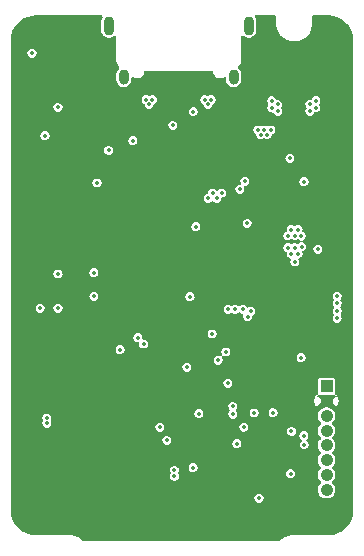
<source format=gbr>
%TF.GenerationSoftware,KiCad,Pcbnew,8.0.3*%
%TF.CreationDate,2024-09-21T17:28:31+02:00*%
%TF.ProjectId,SynchGaze_Transmiter,53796e63-6847-4617-9a65-5f5472616e73,1.0*%
%TF.SameCoordinates,Original*%
%TF.FileFunction,Copper,L2,Inr*%
%TF.FilePolarity,Positive*%
%FSLAX46Y46*%
G04 Gerber Fmt 4.6, Leading zero omitted, Abs format (unit mm)*
G04 Created by KiCad (PCBNEW 8.0.3) date 2024-09-21 17:28:31*
%MOMM*%
%LPD*%
G01*
G04 APERTURE LIST*
%TA.AperFunction,ComponentPad*%
%ADD10R,1.058000X1.058000*%
%TD*%
%TA.AperFunction,ComponentPad*%
%ADD11C,1.058000*%
%TD*%
%TA.AperFunction,ComponentPad*%
%ADD12O,0.900000X1.600000*%
%TD*%
%TA.AperFunction,ComponentPad*%
%ADD13O,0.900000X1.300000*%
%TD*%
%TA.AperFunction,ViaPad*%
%ADD14C,0.350000*%
%TD*%
G04 APERTURE END LIST*
D10*
%TO.N,+3V3*%
%TO.C,J202*%
X165735000Y-80912000D03*
D11*
%TO.N,GND*%
X165735000Y-82162000D03*
%TO.N,/MCU/FSPI_CLK*%
X165735000Y-83412000D03*
%TO.N,/MCU/FSPI_Q*%
X165735000Y-84662000D03*
%TO.N,/MCU/FSPI_D*%
X165735000Y-85912000D03*
%TO.N,/MCU/IMU_NCS*%
X165735000Y-87162000D03*
%TO.N,/MCU/INTER_ACC*%
X165735000Y-88412000D03*
%TO.N,/MCU/INTER_GYR{slash}BOOT*%
X165735000Y-89662000D03*
%TD*%
D12*
%TO.N,unconnected-(J201-SHELL_GND-PadS1)_0*%
%TO.C,J201*%
X159130850Y-50400000D03*
%TO.N,unconnected-(J201-SHELL_GND-PadS2)_0*%
X147290850Y-50400000D03*
D13*
%TO.N,unconnected-(J201-SHELL_GND-PadS1)*%
X157860850Y-54720000D03*
%TO.N,unconnected-(J201-SHELL_GND-PadS2)*%
X148560850Y-54720000D03*
%TD*%
D14*
%TO.N,GND*%
X157505400Y-71272400D03*
X148742400Y-56769000D03*
X149504400Y-79756000D03*
X167386000Y-68402200D03*
X155194000Y-89712800D03*
X161036000Y-64795400D03*
X161315400Y-86868000D03*
X156946599Y-71272400D03*
X148767800Y-82245200D03*
X166700200Y-78028800D03*
X141046200Y-82931000D03*
X155727400Y-71831200D03*
X163880800Y-66700400D03*
X152704800Y-63754000D03*
X151257000Y-79756000D03*
X162839400Y-90093800D03*
X161594800Y-77114400D03*
X146939000Y-75514200D03*
X164693599Y-71450200D03*
X163906200Y-71755000D03*
X151257000Y-82245200D03*
X163830000Y-59766200D03*
X159410400Y-86842600D03*
X148767800Y-80492600D03*
X166700200Y-77495400D03*
X145008600Y-85775800D03*
X161010600Y-87452200D03*
X150520400Y-80492600D03*
X163830000Y-60325000D03*
X166700200Y-78587601D03*
X155879800Y-83261200D03*
X157784800Y-56007000D03*
X163830000Y-65862200D03*
X164128400Y-69672200D03*
X163042600Y-80873600D03*
X163906200Y-70993000D03*
X158064200Y-89433400D03*
X142976600Y-51943000D03*
X162052000Y-63779400D03*
X155879800Y-87909400D03*
X148005800Y-93726000D03*
X143027400Y-81864200D03*
X162052000Y-64795400D03*
X158064200Y-88392000D03*
X163271200Y-66471800D03*
X160832800Y-77114400D03*
X151257000Y-81508599D03*
X146812000Y-93726000D03*
X142875000Y-85775800D03*
X152438100Y-86550500D03*
X162001200Y-76530200D03*
X162331400Y-77114400D03*
X158292800Y-57251600D03*
X157022800Y-69977000D03*
X150520400Y-81508599D03*
X163830000Y-89839800D03*
X151257000Y-80492600D03*
X148742400Y-56007000D03*
X156540200Y-79756000D03*
X150520400Y-82245200D03*
X165811200Y-71450200D03*
X141528800Y-69951600D03*
X163118800Y-62890400D03*
X160959800Y-84963000D03*
X158242000Y-59486800D03*
X163880800Y-88976200D03*
X158064200Y-71272400D03*
X158318200Y-56413400D03*
X160401000Y-84988400D03*
X167386000Y-66243200D03*
X149148800Y-57404000D03*
X149504400Y-80492600D03*
X149529800Y-56769000D03*
X147269200Y-88620600D03*
X164338000Y-87858600D03*
X156489400Y-85166200D03*
X149504400Y-81508600D03*
X165252400Y-71450200D03*
X158688400Y-84996400D03*
X157911800Y-69977000D03*
X162610800Y-66776600D03*
X143022900Y-63636999D03*
X150520400Y-79756000D03*
X167716200Y-70231000D03*
X148259800Y-57353200D03*
X148767800Y-79756000D03*
X156632600Y-77292200D03*
X147269200Y-86893400D03*
X151511000Y-86487000D03*
X165760400Y-77393800D03*
X165176200Y-77393800D03*
X148259800Y-62966600D03*
X156133800Y-90474800D03*
X161544000Y-64287400D03*
X149326600Y-62966600D03*
X161213800Y-77698600D03*
X162458400Y-87172800D03*
X156921200Y-88925400D03*
X143967200Y-85775800D03*
X167741600Y-64541400D03*
X158521400Y-87426800D03*
X163830000Y-59207400D03*
X160756600Y-86766400D03*
X162001200Y-77698600D03*
X157099000Y-85801200D03*
X156362400Y-70205600D03*
X149504400Y-82245200D03*
X158089600Y-84861400D03*
X162839400Y-65811400D03*
X143002000Y-80594200D03*
X167284400Y-70688200D03*
X161036000Y-63779400D03*
X154025600Y-69189600D03*
X148767800Y-81508599D03*
X166446200Y-70993000D03*
X157022801Y-56794400D03*
X145567400Y-93726000D03*
X161213800Y-76530200D03*
X148082000Y-56438800D03*
X166446200Y-70434200D03*
X157403800Y-57327800D03*
X157784800Y-56794400D03*
%TO.N,/MCU/INTER_GYR{slash}BOOT*%
X153900000Y-79300000D03*
X158129600Y-85758400D03*
X143000000Y-71400000D03*
X157200600Y-78003400D03*
%TO.N,/MCU/INTER_ACC*%
X162768876Y-84728724D03*
X157784800Y-82600800D03*
%TO.N,/MCU/FSPI_D*%
X163860000Y-85856600D03*
X157378400Y-80645000D03*
X158724600Y-84378800D03*
%TO.N,/MCU/SPI_DO*%
X154178000Y-73329800D03*
X148259800Y-77825600D03*
%TO.N,/MCU/SPI_NWP*%
X150241000Y-77325600D03*
X146024600Y-73304400D03*
%TO.N,/MCU/FSPI_Q*%
X163809200Y-85094600D03*
X159613600Y-83171000D03*
%TO.N,/MCU/SPI_NCS0*%
X149758400Y-76784200D03*
X146024600Y-71297800D03*
%TO.N,/MCU/IMU_NCS*%
X157784800Y-83261200D03*
X161213800Y-83159600D03*
%TO.N,+3V3*%
X146300000Y-63700000D03*
X166649400Y-74523600D03*
X166649400Y-73279000D03*
X160020000Y-90398600D03*
X156565600Y-78688600D03*
X142036800Y-83591400D03*
X142036800Y-84048600D03*
X154457400Y-87807800D03*
X152857200Y-88011000D03*
X162687000Y-88315800D03*
X154930200Y-83226000D03*
X163601400Y-78486000D03*
X166649400Y-75158600D03*
X152857200Y-88519000D03*
X166649400Y-73888600D03*
X156057600Y-76479400D03*
%TO.N,VBUS*%
X155702000Y-57048400D03*
X155430997Y-56642000D03*
X150994603Y-56642000D03*
X150723600Y-57048400D03*
X158826200Y-63562152D03*
X152704800Y-58801000D03*
X164998400Y-69291200D03*
X163042600Y-70383400D03*
X150469600Y-56642000D03*
X155956000Y-56642000D03*
X159034138Y-67088014D03*
%TO.N,/MCU/CHIP_EN*%
X140800000Y-52700000D03*
X141500000Y-74300000D03*
X143000000Y-74300000D03*
X151612600Y-84378800D03*
X152196800Y-85471000D03*
%TO.N,/MCU/CC2*%
X154460850Y-57658000D03*
X149326600Y-60121800D03*
%TO.N,VCC*%
X159054800Y-75006200D03*
X159334200Y-74549000D03*
X147281281Y-60918719D03*
X161010600Y-59207400D03*
X158648400Y-74371200D03*
X160477200Y-59207400D03*
X159918400Y-59207400D03*
X160172400Y-59613800D03*
X160705800Y-59613800D03*
X158013400Y-74371200D03*
X157403800Y-74371200D03*
%TO.N,/Power/~{CRG}*%
X143000000Y-57300000D03*
X162636200Y-61620400D03*
%TO.N,/Power/~{PG}*%
X163830000Y-63576200D03*
X141900000Y-59700000D03*
%TO.N,/Power/TMR*%
X154660600Y-67386200D03*
X158394400Y-64211200D03*
%TO.N,/Power/BAT*%
X162737800Y-67665600D03*
X163601400Y-68173600D03*
X163042600Y-68173600D03*
X163322000Y-67665600D03*
X164820600Y-56743600D03*
X162458400Y-68173600D03*
X164312600Y-57023000D03*
X164820600Y-57327800D03*
X164312600Y-57632600D03*
%TO.N,GNDPWR*%
X162737800Y-69672200D03*
X163093400Y-69164200D03*
X161086800Y-57327800D03*
X156438600Y-64998600D03*
X163626800Y-69088000D03*
X156083000Y-64541400D03*
X161086800Y-56743600D03*
X162458400Y-69164200D03*
X156845000Y-64541400D03*
X161594800Y-57048400D03*
X161594800Y-57607201D03*
X163328400Y-69672200D03*
X155727400Y-64998600D03*
%TD*%
%TA.AperFunction,Conductor*%
%TO.N,GND*%
G36*
X141192281Y-49500573D02*
G01*
X141268950Y-49503522D01*
X141268950Y-49503521D01*
X141268951Y-49503522D01*
X141268951Y-49503521D01*
X141277532Y-49502347D01*
X141277627Y-49503042D01*
X141293866Y-49500500D01*
X146685499Y-49500500D01*
X146755503Y-49529496D01*
X146784499Y-49599500D01*
X146771235Y-49649000D01*
X146684682Y-49798911D01*
X146684681Y-49798916D01*
X146640350Y-49964360D01*
X146640350Y-50835640D01*
X146668115Y-50939258D01*
X146684682Y-51001088D01*
X146770317Y-51149411D01*
X146770319Y-51149413D01*
X146770321Y-51149416D01*
X146891434Y-51270529D01*
X146891436Y-51270530D01*
X146891438Y-51270532D01*
X147039762Y-51356167D01*
X147039763Y-51356167D01*
X147039766Y-51356169D01*
X147205210Y-51400500D01*
X147205211Y-51400500D01*
X147376489Y-51400500D01*
X147376490Y-51400500D01*
X147541934Y-51356169D01*
X147541936Y-51356167D01*
X147541938Y-51356167D01*
X147690261Y-51270532D01*
X147690261Y-51270531D01*
X147690266Y-51270529D01*
X147742349Y-51218445D01*
X147812351Y-51189449D01*
X147882355Y-51218445D01*
X147911352Y-51288448D01*
X147911352Y-51288501D01*
X147910399Y-53102949D01*
X147910349Y-53103533D01*
X147910349Y-53200052D01*
X147910292Y-53308468D01*
X147910399Y-53309552D01*
X147910399Y-53312722D01*
X147960561Y-53532514D01*
X148058370Y-53735630D01*
X148058373Y-53735636D01*
X148058405Y-53735676D01*
X148165987Y-53870592D01*
X148186960Y-53943403D01*
X148158587Y-54002317D01*
X148040321Y-54120583D01*
X148040317Y-54120588D01*
X147954682Y-54268911D01*
X147910350Y-54434360D01*
X147910350Y-55005639D01*
X147954682Y-55171088D01*
X148040317Y-55319411D01*
X148040319Y-55319413D01*
X148040321Y-55319416D01*
X148161434Y-55440529D01*
X148161436Y-55440530D01*
X148161438Y-55440532D01*
X148309762Y-55526167D01*
X148309763Y-55526167D01*
X148309766Y-55526169D01*
X148475210Y-55570500D01*
X148475211Y-55570500D01*
X148646489Y-55570500D01*
X148646490Y-55570500D01*
X148811934Y-55526169D01*
X148811936Y-55526167D01*
X148811938Y-55526167D01*
X148960261Y-55440532D01*
X148960261Y-55440531D01*
X148960266Y-55440529D01*
X149081379Y-55319416D01*
X149167019Y-55171084D01*
X149211350Y-55005640D01*
X149211350Y-54797617D01*
X149240346Y-54727613D01*
X149310350Y-54698617D01*
X149359850Y-54711881D01*
X149488711Y-54786279D01*
X149488709Y-54786279D01*
X149488713Y-54786280D01*
X149488715Y-54786281D01*
X149635084Y-54825500D01*
X149635086Y-54825500D01*
X149786614Y-54825500D01*
X149786616Y-54825500D01*
X149932985Y-54786281D01*
X149932987Y-54786279D01*
X149932989Y-54786279D01*
X150064210Y-54710518D01*
X150064210Y-54710517D01*
X150064215Y-54710515D01*
X150171365Y-54603365D01*
X150247131Y-54472135D01*
X150286350Y-54325766D01*
X150286350Y-54299464D01*
X150315346Y-54229460D01*
X150385346Y-54200464D01*
X156036348Y-54200334D01*
X156106352Y-54229329D01*
X156135350Y-54299332D01*
X156135350Y-54325766D01*
X156164447Y-54434360D01*
X156174570Y-54472139D01*
X156250331Y-54603360D01*
X156250333Y-54603362D01*
X156250335Y-54603365D01*
X156357485Y-54710515D01*
X156357487Y-54710516D01*
X156357489Y-54710518D01*
X156488711Y-54786279D01*
X156488709Y-54786279D01*
X156488713Y-54786280D01*
X156488715Y-54786281D01*
X156635084Y-54825500D01*
X156635086Y-54825500D01*
X156786614Y-54825500D01*
X156786616Y-54825500D01*
X156932985Y-54786281D01*
X156932987Y-54786279D01*
X156932989Y-54786279D01*
X157061850Y-54711881D01*
X157136973Y-54701990D01*
X157197086Y-54748117D01*
X157210350Y-54797617D01*
X157210350Y-55005639D01*
X157254682Y-55171088D01*
X157340317Y-55319411D01*
X157340319Y-55319413D01*
X157340321Y-55319416D01*
X157461434Y-55440529D01*
X157461436Y-55440530D01*
X157461438Y-55440532D01*
X157609762Y-55526167D01*
X157609763Y-55526167D01*
X157609766Y-55526169D01*
X157775210Y-55570500D01*
X157775211Y-55570500D01*
X157946489Y-55570500D01*
X157946490Y-55570500D01*
X158111934Y-55526169D01*
X158111936Y-55526167D01*
X158111938Y-55526167D01*
X158260261Y-55440532D01*
X158260261Y-55440531D01*
X158260266Y-55440529D01*
X158381379Y-55319416D01*
X158467019Y-55171084D01*
X158511350Y-55005640D01*
X158511350Y-54434360D01*
X158467019Y-54268916D01*
X158467017Y-54268913D01*
X158467017Y-54268911D01*
X158381382Y-54120588D01*
X158381380Y-54120586D01*
X158381379Y-54120584D01*
X158263126Y-54002331D01*
X158234131Y-53932329D01*
X158255732Y-53870602D01*
X158363347Y-53735670D01*
X158461177Y-53532539D01*
X158511350Y-53312731D01*
X158511350Y-53309360D01*
X158511407Y-53308777D01*
X158511402Y-53299295D01*
X158511403Y-53299293D01*
X158511351Y-53199491D01*
X158511351Y-53111748D01*
X158511351Y-53103425D01*
X158511299Y-53102837D01*
X158511175Y-52867111D01*
X158510345Y-51288497D01*
X158539305Y-51218480D01*
X158609293Y-51189447D01*
X158679312Y-51218407D01*
X158731434Y-51270529D01*
X158731436Y-51270530D01*
X158731438Y-51270532D01*
X158879762Y-51356167D01*
X158879763Y-51356167D01*
X158879766Y-51356169D01*
X159045210Y-51400500D01*
X159045211Y-51400500D01*
X159216489Y-51400500D01*
X159216490Y-51400500D01*
X159381934Y-51356169D01*
X159381936Y-51356167D01*
X159381938Y-51356167D01*
X159530261Y-51270532D01*
X159530261Y-51270531D01*
X159530266Y-51270529D01*
X159651379Y-51149416D01*
X159737019Y-51001084D01*
X159781350Y-50835640D01*
X159781350Y-49964360D01*
X159737019Y-49798916D01*
X159737017Y-49798913D01*
X159737017Y-49798911D01*
X159650465Y-49649000D01*
X159640574Y-49573877D01*
X159686701Y-49513764D01*
X159736201Y-49500500D01*
X161400500Y-49500500D01*
X161470504Y-49529496D01*
X161499500Y-49599500D01*
X161499500Y-50111748D01*
X161499500Y-50200000D01*
X161499500Y-50357709D01*
X161538918Y-50543157D01*
X161565078Y-50666230D01*
X161565080Y-50666236D01*
X161693367Y-50954376D01*
X161693369Y-50954379D01*
X161693371Y-50954383D01*
X161835071Y-51149416D01*
X161878772Y-51209565D01*
X161878773Y-51209566D01*
X162113166Y-51420614D01*
X162113167Y-51420615D01*
X162113170Y-51420617D01*
X162301814Y-51529529D01*
X162386326Y-51578323D01*
X162386327Y-51578323D01*
X162386330Y-51578325D01*
X162686310Y-51675795D01*
X163000000Y-51708765D01*
X163313690Y-51675795D01*
X163613670Y-51578325D01*
X163886830Y-51420617D01*
X163974730Y-51341471D01*
X164121226Y-51209566D01*
X164121227Y-51209565D01*
X164121227Y-51209563D01*
X164121231Y-51209561D01*
X164306629Y-50954383D01*
X164434921Y-50666234D01*
X164500500Y-50357709D01*
X164500500Y-50200000D01*
X164500500Y-50111748D01*
X164500500Y-49599500D01*
X164529496Y-49529496D01*
X164599500Y-49500500D01*
X165811748Y-49500500D01*
X165895681Y-49500500D01*
X165904309Y-49500877D01*
X166255949Y-49531641D01*
X166272929Y-49534634D01*
X166609713Y-49624875D01*
X166625921Y-49630775D01*
X166941897Y-49778118D01*
X166956842Y-49786746D01*
X166974223Y-49798916D01*
X167199733Y-49956820D01*
X167242434Y-49986719D01*
X167255654Y-49997811D01*
X167502188Y-50244345D01*
X167513280Y-50257565D01*
X167713253Y-50543157D01*
X167721881Y-50558102D01*
X167869222Y-50874074D01*
X167875125Y-50890290D01*
X167965363Y-51227063D01*
X167968359Y-51244058D01*
X167999123Y-51595690D01*
X167999500Y-51604318D01*
X167999500Y-91395681D01*
X167999123Y-91404309D01*
X167968359Y-91755941D01*
X167965363Y-91772936D01*
X167875125Y-92109709D01*
X167869222Y-92125925D01*
X167721881Y-92441897D01*
X167713253Y-92456842D01*
X167513280Y-92742434D01*
X167502188Y-92755654D01*
X167255654Y-93002188D01*
X167242434Y-93013280D01*
X166956842Y-93213253D01*
X166941897Y-93221881D01*
X166625925Y-93369222D01*
X166609709Y-93375125D01*
X166272936Y-93465363D01*
X166255941Y-93468359D01*
X165904309Y-93499123D01*
X165895681Y-93499500D01*
X162752211Y-93499500D01*
X162462320Y-93557164D01*
X162462318Y-93557164D01*
X162189251Y-93670271D01*
X162189239Y-93670277D01*
X161943487Y-93834486D01*
X161943483Y-93834489D01*
X161826969Y-93951004D01*
X161756965Y-93980000D01*
X161204542Y-93980000D01*
X161166660Y-93972465D01*
X161159501Y-93969500D01*
X145959501Y-93969500D01*
X145740499Y-93969500D01*
X145733339Y-93972465D01*
X145695458Y-93980000D01*
X145143035Y-93980000D01*
X145073031Y-93951004D01*
X144956516Y-93834489D01*
X144956513Y-93834486D01*
X144886501Y-93787705D01*
X144710760Y-93670277D01*
X144710748Y-93670271D01*
X144437680Y-93557164D01*
X144147788Y-93499500D01*
X144147786Y-93499500D01*
X144099556Y-93499500D01*
X141293866Y-93499500D01*
X141277627Y-93496957D01*
X141277532Y-93497653D01*
X141268950Y-93496477D01*
X141192281Y-93499427D01*
X141188476Y-93499500D01*
X141176043Y-93499500D01*
X141171000Y-93499371D01*
X140814871Y-93481207D01*
X140797367Y-93478734D01*
X140449267Y-93397315D01*
X140432482Y-93391768D01*
X140104417Y-93249739D01*
X140088886Y-93241296D01*
X140046764Y-93213253D01*
X139791300Y-93043176D01*
X139777525Y-93032110D01*
X139519922Y-92784225D01*
X139508331Y-92770881D01*
X139497326Y-92755654D01*
X139298928Y-92481139D01*
X139289893Y-92465944D01*
X139135357Y-92143574D01*
X139129169Y-92127014D01*
X139034432Y-91782300D01*
X139031289Y-91764910D01*
X138998972Y-91404403D01*
X138998578Y-91395564D01*
X138998620Y-90699726D01*
X138998638Y-90398600D01*
X159634843Y-90398600D01*
X159672985Y-90565711D01*
X159672986Y-90565713D01*
X159779859Y-90699728D01*
X159857077Y-90736914D01*
X159934294Y-90774100D01*
X159934295Y-90774100D01*
X160105705Y-90774100D01*
X160260141Y-90699728D01*
X160367014Y-90565713D01*
X160405157Y-90398600D01*
X160367014Y-90231487D01*
X160260141Y-90097472D01*
X160257358Y-90096132D01*
X160105705Y-90023100D01*
X159934295Y-90023100D01*
X159779860Y-90097471D01*
X159779858Y-90097473D01*
X159672985Y-90231488D01*
X159634843Y-90398600D01*
X138998638Y-90398600D01*
X138998783Y-88011000D01*
X152472043Y-88011000D01*
X152510185Y-88178113D01*
X152530252Y-88203276D01*
X152551227Y-88276086D01*
X152530252Y-88326724D01*
X152510185Y-88351886D01*
X152472043Y-88519000D01*
X152510185Y-88686111D01*
X152510186Y-88686113D01*
X152617059Y-88820128D01*
X152694277Y-88857314D01*
X152771494Y-88894500D01*
X152771495Y-88894500D01*
X152942905Y-88894500D01*
X153097341Y-88820128D01*
X153204214Y-88686113D01*
X153242357Y-88519000D01*
X153204214Y-88351887D01*
X153184147Y-88326724D01*
X153181000Y-88315800D01*
X162301843Y-88315800D01*
X162339985Y-88482911D01*
X162339986Y-88482913D01*
X162446859Y-88616928D01*
X162495263Y-88640238D01*
X162601294Y-88691300D01*
X162601295Y-88691300D01*
X162772705Y-88691300D01*
X162927141Y-88616928D01*
X163034014Y-88482913D01*
X163072157Y-88315800D01*
X163034014Y-88148687D01*
X162927141Y-88014672D01*
X162772705Y-87940300D01*
X162601295Y-87940300D01*
X162446860Y-88014671D01*
X162446858Y-88014673D01*
X162339985Y-88148688D01*
X162301843Y-88315800D01*
X153181000Y-88315800D01*
X153163171Y-88253916D01*
X153184147Y-88203276D01*
X153204214Y-88178113D01*
X153242357Y-88011000D01*
X153204214Y-87843887D01*
X153175436Y-87807800D01*
X154072243Y-87807800D01*
X154110385Y-87974911D01*
X154110386Y-87974913D01*
X154217259Y-88108928D01*
X154294477Y-88146114D01*
X154371694Y-88183300D01*
X154371695Y-88183300D01*
X154543105Y-88183300D01*
X154697541Y-88108928D01*
X154804414Y-87974913D01*
X154842557Y-87807800D01*
X154804414Y-87640687D01*
X154697541Y-87506672D01*
X154543105Y-87432300D01*
X154371695Y-87432300D01*
X154217260Y-87506671D01*
X154217258Y-87506673D01*
X154110385Y-87640688D01*
X154072243Y-87807800D01*
X153175436Y-87807800D01*
X153097341Y-87709872D01*
X152942905Y-87635500D01*
X152771495Y-87635500D01*
X152617060Y-87709871D01*
X152617058Y-87709873D01*
X152510185Y-87843888D01*
X152472043Y-88011000D01*
X138998783Y-88011000D01*
X138998937Y-85471000D01*
X151811643Y-85471000D01*
X151849785Y-85638111D01*
X151849786Y-85638113D01*
X151956659Y-85772128D01*
X152033877Y-85809314D01*
X152111094Y-85846500D01*
X152111095Y-85846500D01*
X152282505Y-85846500D01*
X152436941Y-85772128D01*
X152447889Y-85758400D01*
X157744443Y-85758400D01*
X157782585Y-85925511D01*
X157782586Y-85925513D01*
X157889459Y-86059528D01*
X157966677Y-86096714D01*
X158043894Y-86133900D01*
X158043895Y-86133900D01*
X158215305Y-86133900D01*
X158369741Y-86059528D01*
X158476614Y-85925513D01*
X158514757Y-85758400D01*
X158476614Y-85591287D01*
X158369741Y-85457272D01*
X158215305Y-85382900D01*
X158043895Y-85382900D01*
X157889460Y-85457271D01*
X157889458Y-85457273D01*
X157782585Y-85591288D01*
X157744443Y-85758400D01*
X152447889Y-85758400D01*
X152543814Y-85638113D01*
X152581957Y-85471000D01*
X152543814Y-85303887D01*
X152436941Y-85169872D01*
X152282505Y-85095500D01*
X152111095Y-85095500D01*
X151956660Y-85169871D01*
X151956658Y-85169873D01*
X151849785Y-85303888D01*
X151811643Y-85471000D01*
X138998937Y-85471000D01*
X138999051Y-83591400D01*
X141651643Y-83591400D01*
X141689786Y-83758515D01*
X141694624Y-83768560D01*
X141692812Y-83769432D01*
X141710571Y-83831091D01*
X141693985Y-83871132D01*
X141694624Y-83871440D01*
X141689786Y-83881484D01*
X141651643Y-84048600D01*
X141689785Y-84215711D01*
X141689786Y-84215713D01*
X141796659Y-84349728D01*
X141803919Y-84353224D01*
X141951094Y-84424100D01*
X141951095Y-84424100D01*
X142122505Y-84424100D01*
X142216572Y-84378800D01*
X151227443Y-84378800D01*
X151265585Y-84545911D01*
X151265586Y-84545913D01*
X151372459Y-84679928D01*
X151449677Y-84717114D01*
X151526894Y-84754300D01*
X151526895Y-84754300D01*
X151698305Y-84754300D01*
X151852741Y-84679928D01*
X151959614Y-84545913D01*
X151997757Y-84378800D01*
X158339443Y-84378800D01*
X158377585Y-84545911D01*
X158377586Y-84545913D01*
X158484459Y-84679928D01*
X158561677Y-84717114D01*
X158638894Y-84754300D01*
X158638895Y-84754300D01*
X158810305Y-84754300D01*
X158863414Y-84728724D01*
X162383719Y-84728724D01*
X162421861Y-84895835D01*
X162421862Y-84895837D01*
X162528735Y-85029852D01*
X162605953Y-85067038D01*
X162683170Y-85104224D01*
X162683171Y-85104224D01*
X162854581Y-85104224D01*
X162874566Y-85094600D01*
X163424043Y-85094600D01*
X163462185Y-85261711D01*
X163462186Y-85261713D01*
X163569059Y-85395728D01*
X163585957Y-85403865D01*
X163636447Y-85460362D01*
X163632200Y-85536014D01*
X163620405Y-85554786D01*
X163512985Y-85689488D01*
X163474843Y-85856600D01*
X163512985Y-86023711D01*
X163512986Y-86023713D01*
X163619859Y-86157728D01*
X163697077Y-86194914D01*
X163774294Y-86232100D01*
X163774295Y-86232100D01*
X163945705Y-86232100D01*
X164100141Y-86157728D01*
X164207014Y-86023713D01*
X164245157Y-85856600D01*
X164207014Y-85689487D01*
X164100141Y-85555472D01*
X164083240Y-85547333D01*
X164032752Y-85490835D01*
X164037000Y-85415183D01*
X164048795Y-85396413D01*
X164156214Y-85261713D01*
X164156711Y-85259534D01*
X164194357Y-85094600D01*
X164156214Y-84927487D01*
X164049341Y-84793472D01*
X163894905Y-84719100D01*
X163723495Y-84719100D01*
X163569060Y-84793471D01*
X163569058Y-84793473D01*
X163462185Y-84927488D01*
X163424043Y-85094600D01*
X162874566Y-85094600D01*
X163009017Y-85029852D01*
X163115890Y-84895837D01*
X163154033Y-84728724D01*
X163115890Y-84561611D01*
X163009017Y-84427596D01*
X163001757Y-84424100D01*
X162854581Y-84353224D01*
X162683171Y-84353224D01*
X162528736Y-84427595D01*
X162528734Y-84427597D01*
X162421861Y-84561612D01*
X162383719Y-84728724D01*
X158863414Y-84728724D01*
X158964741Y-84679928D01*
X159071614Y-84545913D01*
X159109757Y-84378800D01*
X159071614Y-84211687D01*
X158964741Y-84077672D01*
X158810305Y-84003300D01*
X158638895Y-84003300D01*
X158484460Y-84077671D01*
X158484458Y-84077673D01*
X158377585Y-84211688D01*
X158339443Y-84378800D01*
X151997757Y-84378800D01*
X151959614Y-84211687D01*
X151852741Y-84077672D01*
X151698305Y-84003300D01*
X151526895Y-84003300D01*
X151372460Y-84077671D01*
X151372458Y-84077673D01*
X151265585Y-84211688D01*
X151227443Y-84378800D01*
X142216572Y-84378800D01*
X142276941Y-84349728D01*
X142383814Y-84215713D01*
X142421957Y-84048600D01*
X142383814Y-83881487D01*
X142383813Y-83881486D01*
X142383813Y-83881485D01*
X142378975Y-83871438D01*
X142380789Y-83870564D01*
X142363027Y-83808921D01*
X142379616Y-83768870D01*
X142378975Y-83768562D01*
X142383813Y-83758514D01*
X142383812Y-83758514D01*
X142383814Y-83758513D01*
X142421957Y-83591400D01*
X142383814Y-83424287D01*
X142276941Y-83290272D01*
X142143478Y-83226000D01*
X154545043Y-83226000D01*
X154583185Y-83393111D01*
X154583186Y-83393113D01*
X154690059Y-83527128D01*
X154730286Y-83546500D01*
X154844494Y-83601500D01*
X154844495Y-83601500D01*
X155015905Y-83601500D01*
X155170341Y-83527128D01*
X155277214Y-83393113D01*
X155315357Y-83226000D01*
X155277214Y-83058887D01*
X155170341Y-82924872D01*
X155015905Y-82850500D01*
X154844495Y-82850500D01*
X154690060Y-82924871D01*
X154690058Y-82924873D01*
X154583185Y-83058888D01*
X154545043Y-83226000D01*
X142143478Y-83226000D01*
X142122505Y-83215900D01*
X141951095Y-83215900D01*
X141796660Y-83290271D01*
X141796658Y-83290273D01*
X141689785Y-83424288D01*
X141651643Y-83591400D01*
X138999051Y-83591400D01*
X138999111Y-82600800D01*
X157399643Y-82600800D01*
X157437785Y-82767911D01*
X157437786Y-82767913D01*
X157450695Y-82784100D01*
X157518619Y-82869275D01*
X157539594Y-82942085D01*
X157518619Y-82992725D01*
X157437785Y-83094088D01*
X157399643Y-83261200D01*
X157437785Y-83428311D01*
X157437786Y-83428313D01*
X157544659Y-83562328D01*
X157605028Y-83591400D01*
X157699094Y-83636700D01*
X157699095Y-83636700D01*
X157870505Y-83636700D01*
X158024941Y-83562328D01*
X158131814Y-83428313D01*
X158169957Y-83261200D01*
X158149369Y-83171000D01*
X159228443Y-83171000D01*
X159266585Y-83338111D01*
X159266586Y-83338113D01*
X159373459Y-83472128D01*
X159450677Y-83509314D01*
X159527894Y-83546500D01*
X159527895Y-83546500D01*
X159699305Y-83546500D01*
X159853741Y-83472128D01*
X159960614Y-83338113D01*
X159998757Y-83171000D01*
X159996155Y-83159600D01*
X160828643Y-83159600D01*
X160866785Y-83326711D01*
X160866786Y-83326713D01*
X160973659Y-83460728D01*
X161050877Y-83497914D01*
X161128094Y-83535100D01*
X161128095Y-83535100D01*
X161299505Y-83535100D01*
X161453941Y-83460728D01*
X161492801Y-83411999D01*
X164996407Y-83411999D01*
X164996407Y-83412000D01*
X165032556Y-83640239D01*
X165097940Y-83768560D01*
X165137466Y-83846134D01*
X165258329Y-83966997D01*
X165287325Y-84037000D01*
X165258329Y-84107002D01*
X165153645Y-84211687D01*
X165137465Y-84227867D01*
X165032556Y-84433760D01*
X164996407Y-84661999D01*
X164996407Y-84662000D01*
X165032556Y-84890239D01*
X165051535Y-84927487D01*
X165137466Y-85096134D01*
X165258329Y-85216997D01*
X165287325Y-85287000D01*
X165258329Y-85357002D01*
X165158061Y-85457271D01*
X165137465Y-85477867D01*
X165032556Y-85683760D01*
X164996407Y-85911999D01*
X164996407Y-85912000D01*
X165032556Y-86140239D01*
X165079362Y-86232100D01*
X165137466Y-86346134D01*
X165258329Y-86466997D01*
X165287325Y-86537000D01*
X165258329Y-86607002D01*
X165137466Y-86727866D01*
X165137465Y-86727867D01*
X165032556Y-86933760D01*
X164996407Y-87161999D01*
X164996407Y-87162000D01*
X165032556Y-87390239D01*
X165091883Y-87506673D01*
X165137466Y-87596134D01*
X165258329Y-87716997D01*
X165287325Y-87787000D01*
X165258329Y-87857002D01*
X165175032Y-87940300D01*
X165137465Y-87977867D01*
X165032556Y-88183760D01*
X164996407Y-88411999D01*
X164996407Y-88412000D01*
X165032556Y-88640239D01*
X165124214Y-88820126D01*
X165137466Y-88846134D01*
X165258329Y-88966997D01*
X165287325Y-89037000D01*
X165258329Y-89107002D01*
X165137466Y-89227866D01*
X165137465Y-89227867D01*
X165032556Y-89433760D01*
X164996407Y-89661999D01*
X164996407Y-89662000D01*
X165032556Y-89890239D01*
X165100253Y-90023100D01*
X165137466Y-90096134D01*
X165300866Y-90259534D01*
X165506762Y-90364444D01*
X165692046Y-90393789D01*
X165734999Y-90400593D01*
X165735000Y-90400593D01*
X165735001Y-90400593D01*
X165771150Y-90394867D01*
X165963238Y-90364444D01*
X166169134Y-90259534D01*
X166332534Y-90096134D01*
X166437444Y-89890238D01*
X166473593Y-89662000D01*
X166437444Y-89433762D01*
X166332534Y-89227866D01*
X166211670Y-89107002D01*
X166182675Y-89037000D01*
X166211670Y-88966997D01*
X166332534Y-88846134D01*
X166437444Y-88640238D01*
X166473593Y-88412000D01*
X166437444Y-88183762D01*
X166332534Y-87977866D01*
X166211670Y-87857002D01*
X166182675Y-87787000D01*
X166211670Y-87716997D01*
X166332534Y-87596134D01*
X166437444Y-87390238D01*
X166473593Y-87162000D01*
X166437444Y-86933762D01*
X166332534Y-86727866D01*
X166211670Y-86607002D01*
X166182675Y-86537000D01*
X166211670Y-86466997D01*
X166332534Y-86346134D01*
X166437444Y-86140238D01*
X166473593Y-85912000D01*
X166437444Y-85683762D01*
X166332534Y-85477866D01*
X166211670Y-85357002D01*
X166182675Y-85287000D01*
X166211670Y-85216997D01*
X166332534Y-85096134D01*
X166437444Y-84890238D01*
X166473593Y-84662000D01*
X166437444Y-84433762D01*
X166332534Y-84227866D01*
X166211670Y-84107002D01*
X166182675Y-84037000D01*
X166211670Y-83966997D01*
X166332534Y-83846134D01*
X166437444Y-83640238D01*
X166473593Y-83412000D01*
X166437444Y-83183762D01*
X166332534Y-82977866D01*
X166169134Y-82814466D01*
X165963238Y-82709556D01*
X165963239Y-82709556D01*
X165954329Y-82708145D01*
X165899813Y-82680367D01*
X165735000Y-82515553D01*
X165570183Y-82680368D01*
X165515671Y-82708145D01*
X165506759Y-82709556D01*
X165300867Y-82814465D01*
X165137465Y-82977867D01*
X165032556Y-83183760D01*
X164996407Y-83411999D01*
X161492801Y-83411999D01*
X161560814Y-83326713D01*
X161598957Y-83159600D01*
X161560814Y-82992487D01*
X161453941Y-82858472D01*
X161323177Y-82795500D01*
X161299505Y-82784100D01*
X161128095Y-82784100D01*
X160973660Y-82858471D01*
X160973658Y-82858473D01*
X160866785Y-82992488D01*
X160828643Y-83159600D01*
X159996155Y-83159600D01*
X159960614Y-83003887D01*
X159853741Y-82869872D01*
X159699305Y-82795500D01*
X159527895Y-82795500D01*
X159373460Y-82869871D01*
X159373458Y-82869873D01*
X159266585Y-83003888D01*
X159228443Y-83171000D01*
X158149369Y-83171000D01*
X158131814Y-83094087D01*
X158131814Y-83094086D01*
X158050981Y-82992725D01*
X158030005Y-82919915D01*
X158050981Y-82869275D01*
X158131814Y-82767913D01*
X158131814Y-82767911D01*
X158169957Y-82600800D01*
X158131814Y-82433687D01*
X158024941Y-82299672D01*
X157870505Y-82225300D01*
X157699095Y-82225300D01*
X157544660Y-82299671D01*
X157544658Y-82299673D01*
X157437785Y-82433688D01*
X157399643Y-82600800D01*
X138999111Y-82600800D01*
X138999138Y-82161999D01*
X164697121Y-82161999D01*
X164697121Y-82162000D01*
X164732485Y-82430619D01*
X164732487Y-82430627D01*
X164836168Y-82680936D01*
X164836173Y-82680945D01*
X164847603Y-82695840D01*
X165381444Y-82161999D01*
X165326744Y-82107299D01*
X165460000Y-82107299D01*
X165460000Y-82216701D01*
X165501866Y-82317775D01*
X165579225Y-82395134D01*
X165680299Y-82437000D01*
X165789701Y-82437000D01*
X165890775Y-82395134D01*
X165968134Y-82317775D01*
X166010000Y-82216701D01*
X166010000Y-82161999D01*
X166088553Y-82161999D01*
X166622395Y-82695840D01*
X166633830Y-82680938D01*
X166633832Y-82680935D01*
X166737512Y-82430627D01*
X166737514Y-82430619D01*
X166772879Y-82162000D01*
X166772879Y-82161999D01*
X166737514Y-81893380D01*
X166737512Y-81893374D01*
X166633829Y-81643061D01*
X166622394Y-81628157D01*
X166602907Y-81647645D01*
X166532903Y-81676641D01*
X166483181Y-81656044D01*
X166497740Y-81729213D01*
X166470645Y-81779907D01*
X166088553Y-82161999D01*
X166010000Y-82161999D01*
X166010000Y-82107299D01*
X165968134Y-82006225D01*
X165890775Y-81928866D01*
X165789701Y-81887000D01*
X165680299Y-81887000D01*
X165579225Y-81928866D01*
X165501866Y-82006225D01*
X165460000Y-82107299D01*
X165326744Y-82107299D01*
X164999351Y-81779906D01*
X164970355Y-81709902D01*
X164990946Y-81660189D01*
X164917783Y-81674742D01*
X164867093Y-81647648D01*
X164847603Y-81628158D01*
X164836171Y-81643057D01*
X164836168Y-81643063D01*
X164732487Y-81893372D01*
X164732485Y-81893380D01*
X164697121Y-82161999D01*
X138999138Y-82161999D01*
X138999230Y-80645000D01*
X156993243Y-80645000D01*
X157031385Y-80812111D01*
X157031386Y-80812113D01*
X157138259Y-80946128D01*
X157215477Y-80983314D01*
X157292694Y-81020500D01*
X157292695Y-81020500D01*
X157464105Y-81020500D01*
X157618541Y-80946128D01*
X157725414Y-80812113D01*
X157763557Y-80645000D01*
X157725414Y-80477887D01*
X157633997Y-80363253D01*
X165005500Y-80363253D01*
X165005500Y-81460746D01*
X165005501Y-81460758D01*
X165017132Y-81519227D01*
X165017133Y-81519231D01*
X165017134Y-81519232D01*
X165019413Y-81522643D01*
X165020213Y-81526665D01*
X165020866Y-81528242D01*
X165020552Y-81528371D01*
X165034195Y-81596958D01*
X165007857Y-81636374D01*
X165069355Y-81610902D01*
X165124355Y-81627586D01*
X165127769Y-81629867D01*
X165172231Y-81638711D01*
X165186241Y-81641498D01*
X165186246Y-81641498D01*
X165186252Y-81641500D01*
X165186253Y-81641500D01*
X165527046Y-81641500D01*
X165597049Y-81670496D01*
X165735000Y-81808446D01*
X165872951Y-81670496D01*
X165942954Y-81641500D01*
X166283747Y-81641500D01*
X166283748Y-81641500D01*
X166342231Y-81629867D01*
X166345636Y-81627591D01*
X166349651Y-81626792D01*
X166351242Y-81626134D01*
X166351372Y-81626450D01*
X166419950Y-81612805D01*
X166459381Y-81639149D01*
X166433904Y-81577640D01*
X166450592Y-81522635D01*
X166452867Y-81519231D01*
X166464500Y-81460748D01*
X166464500Y-80363252D01*
X166452867Y-80304769D01*
X166408552Y-80238448D01*
X166408548Y-80238445D01*
X166342233Y-80194134D01*
X166342231Y-80194133D01*
X166342228Y-80194132D01*
X166342227Y-80194132D01*
X166283758Y-80182501D01*
X166283748Y-80182500D01*
X165186252Y-80182500D01*
X165186251Y-80182500D01*
X165186241Y-80182501D01*
X165127772Y-80194132D01*
X165127766Y-80194134D01*
X165061451Y-80238445D01*
X165061445Y-80238451D01*
X165017134Y-80304766D01*
X165017132Y-80304772D01*
X165005501Y-80363241D01*
X165005500Y-80363253D01*
X157633997Y-80363253D01*
X157618541Y-80343872D01*
X157464105Y-80269500D01*
X157292695Y-80269500D01*
X157138260Y-80343871D01*
X157138258Y-80343873D01*
X157031385Y-80477888D01*
X156993243Y-80645000D01*
X138999230Y-80645000D01*
X138999311Y-79300000D01*
X153514843Y-79300000D01*
X153552985Y-79467111D01*
X153552986Y-79467113D01*
X153659859Y-79601128D01*
X153737077Y-79638314D01*
X153814294Y-79675500D01*
X153814295Y-79675500D01*
X153985705Y-79675500D01*
X154140141Y-79601128D01*
X154247014Y-79467113D01*
X154285157Y-79300000D01*
X154247014Y-79132887D01*
X154140141Y-78998872D01*
X153985705Y-78924500D01*
X153814295Y-78924500D01*
X153659860Y-78998871D01*
X153659858Y-78998873D01*
X153552985Y-79132888D01*
X153514843Y-79300000D01*
X138999311Y-79300000D01*
X138999348Y-78688600D01*
X156180443Y-78688600D01*
X156218585Y-78855711D01*
X156218586Y-78855713D01*
X156325459Y-78989728D01*
X156402677Y-79026914D01*
X156479894Y-79064100D01*
X156479895Y-79064100D01*
X156651305Y-79064100D01*
X156805741Y-78989728D01*
X156912614Y-78855713D01*
X156950757Y-78688600D01*
X156912614Y-78521487D01*
X156884314Y-78486000D01*
X163216243Y-78486000D01*
X163254385Y-78653111D01*
X163254386Y-78653113D01*
X163361259Y-78787128D01*
X163438477Y-78824314D01*
X163515694Y-78861500D01*
X163515695Y-78861500D01*
X163687105Y-78861500D01*
X163841541Y-78787128D01*
X163948414Y-78653113D01*
X163986557Y-78486000D01*
X163948414Y-78318887D01*
X163841541Y-78184872D01*
X163687105Y-78110500D01*
X163515695Y-78110500D01*
X163361260Y-78184871D01*
X163361258Y-78184873D01*
X163254385Y-78318888D01*
X163216243Y-78486000D01*
X156884314Y-78486000D01*
X156872323Y-78470964D01*
X156851349Y-78398155D01*
X156871239Y-78362165D01*
X156805388Y-78381136D01*
X156773519Y-78371955D01*
X156651305Y-78313100D01*
X156479895Y-78313100D01*
X156325460Y-78387471D01*
X156325458Y-78387473D01*
X156218585Y-78521488D01*
X156180443Y-78688600D01*
X138999348Y-78688600D01*
X138999400Y-77825600D01*
X147874643Y-77825600D01*
X147912785Y-77992711D01*
X147912786Y-77992713D01*
X148019659Y-78126728D01*
X148096877Y-78163914D01*
X148174094Y-78201100D01*
X148174095Y-78201100D01*
X148345505Y-78201100D01*
X148499941Y-78126728D01*
X148598291Y-78003400D01*
X156815443Y-78003400D01*
X156853585Y-78170511D01*
X156853586Y-78170513D01*
X156865037Y-78184872D01*
X156893875Y-78221034D01*
X156914850Y-78293844D01*
X156894959Y-78329833D01*
X156960811Y-78310863D01*
X156992674Y-78320042D01*
X157114895Y-78378900D01*
X157114896Y-78378900D01*
X157286305Y-78378900D01*
X157440741Y-78304528D01*
X157547614Y-78170513D01*
X157585757Y-78003400D01*
X157547614Y-77836287D01*
X157440741Y-77702272D01*
X157286305Y-77627900D01*
X157114895Y-77627900D01*
X156960460Y-77702271D01*
X156960458Y-77702273D01*
X156853585Y-77836288D01*
X156815443Y-78003400D01*
X148598291Y-78003400D01*
X148606814Y-77992713D01*
X148644957Y-77825600D01*
X148606814Y-77658487D01*
X148499941Y-77524472D01*
X148345505Y-77450100D01*
X148174095Y-77450100D01*
X148019660Y-77524471D01*
X148019658Y-77524473D01*
X147912785Y-77658488D01*
X147874643Y-77825600D01*
X138999400Y-77825600D01*
X138999463Y-76784200D01*
X149373243Y-76784200D01*
X149411385Y-76951311D01*
X149411386Y-76951313D01*
X149518259Y-77085328D01*
X149593284Y-77121458D01*
X149672694Y-77159700D01*
X149769567Y-77159700D01*
X149839571Y-77188696D01*
X149868567Y-77258700D01*
X149866085Y-77280724D01*
X149855843Y-77325600D01*
X149893985Y-77492711D01*
X149893986Y-77492713D01*
X150000859Y-77626728D01*
X150066808Y-77658487D01*
X150155294Y-77701100D01*
X150155295Y-77701100D01*
X150326705Y-77701100D01*
X150481141Y-77626728D01*
X150588014Y-77492713D01*
X150626157Y-77325600D01*
X150588014Y-77158487D01*
X150481141Y-77024472D01*
X150326705Y-76950100D01*
X150229833Y-76950100D01*
X150159829Y-76921104D01*
X150130833Y-76851100D01*
X150133314Y-76829075D01*
X150143557Y-76784200D01*
X150105414Y-76617087D01*
X149998541Y-76483072D01*
X149990916Y-76479400D01*
X155672443Y-76479400D01*
X155710585Y-76646511D01*
X155710586Y-76646513D01*
X155817459Y-76780528D01*
X155894677Y-76817714D01*
X155971894Y-76854900D01*
X155971895Y-76854900D01*
X156143305Y-76854900D01*
X156297741Y-76780528D01*
X156404614Y-76646513D01*
X156442757Y-76479400D01*
X156404614Y-76312287D01*
X156297741Y-76178272D01*
X156143305Y-76103900D01*
X155971895Y-76103900D01*
X155817460Y-76178271D01*
X155817458Y-76178273D01*
X155710585Y-76312288D01*
X155672443Y-76479400D01*
X149990916Y-76479400D01*
X149844105Y-76408700D01*
X149672695Y-76408700D01*
X149518260Y-76483071D01*
X149518258Y-76483073D01*
X149411385Y-76617088D01*
X149373243Y-76784200D01*
X138999463Y-76784200D01*
X138999614Y-74300000D01*
X141114843Y-74300000D01*
X141152985Y-74467111D01*
X141152986Y-74467113D01*
X141259859Y-74601128D01*
X141322531Y-74631309D01*
X141414294Y-74675500D01*
X141414295Y-74675500D01*
X141585705Y-74675500D01*
X141740141Y-74601128D01*
X141847014Y-74467113D01*
X141885157Y-74300000D01*
X142614843Y-74300000D01*
X142652985Y-74467111D01*
X142652986Y-74467113D01*
X142759859Y-74601128D01*
X142822531Y-74631309D01*
X142914294Y-74675500D01*
X142914295Y-74675500D01*
X143085705Y-74675500D01*
X143240141Y-74601128D01*
X143347014Y-74467113D01*
X143368906Y-74371200D01*
X157018643Y-74371200D01*
X157056785Y-74538311D01*
X157056786Y-74538313D01*
X157163659Y-74672328D01*
X157240877Y-74709514D01*
X157318094Y-74746700D01*
X157318095Y-74746700D01*
X157489505Y-74746700D01*
X157643941Y-74672328D01*
X157643944Y-74672323D01*
X157646873Y-74669989D01*
X157651664Y-74668608D01*
X157653991Y-74667488D01*
X157654181Y-74667883D01*
X157719682Y-74649011D01*
X157770327Y-74669989D01*
X157773257Y-74672325D01*
X157773259Y-74672328D01*
X157850477Y-74709514D01*
X157927694Y-74746700D01*
X157927695Y-74746700D01*
X158099105Y-74746700D01*
X158253541Y-74672328D01*
X158253544Y-74672323D01*
X158262263Y-74665372D01*
X158263461Y-74666875D01*
X158319812Y-74635729D01*
X158392623Y-74656703D01*
X158408201Y-74672281D01*
X158408257Y-74672325D01*
X158408259Y-74672328D01*
X158485477Y-74709514D01*
X158562694Y-74746700D01*
X158604730Y-74746700D01*
X158674734Y-74775696D01*
X158703730Y-74845700D01*
X158701248Y-74867730D01*
X158669643Y-75006199D01*
X158707785Y-75173311D01*
X158707786Y-75173313D01*
X158814659Y-75307328D01*
X158891877Y-75344514D01*
X158969094Y-75381700D01*
X158969095Y-75381700D01*
X159140505Y-75381700D01*
X159294941Y-75307328D01*
X159401814Y-75173313D01*
X159439957Y-75006200D01*
X159438738Y-75000859D01*
X159451430Y-74926159D01*
X159492298Y-74889636D01*
X159574341Y-74850128D01*
X159681214Y-74716113D01*
X159719357Y-74549000D01*
X159681214Y-74381887D01*
X159574341Y-74247872D01*
X159419905Y-74173500D01*
X159248495Y-74173500D01*
X159119145Y-74235791D01*
X159043493Y-74240039D01*
X158998789Y-74208320D01*
X158995414Y-74204088D01*
X158995414Y-74204087D01*
X158888541Y-74070072D01*
X158734105Y-73995700D01*
X158562695Y-73995700D01*
X158408257Y-74070072D01*
X158399537Y-74077027D01*
X158398339Y-74075525D01*
X158341981Y-74106671D01*
X158269172Y-74085692D01*
X158253593Y-74070113D01*
X158253542Y-74070072D01*
X158099105Y-73995700D01*
X157927695Y-73995700D01*
X157773254Y-74070074D01*
X157770319Y-74072415D01*
X157765529Y-74073794D01*
X157763209Y-74074912D01*
X157763019Y-74074517D01*
X157697508Y-74093386D01*
X157646881Y-74072415D01*
X157643945Y-74070074D01*
X157489505Y-73995700D01*
X157318095Y-73995700D01*
X157163660Y-74070071D01*
X157163658Y-74070073D01*
X157056785Y-74204088D01*
X157018643Y-74371200D01*
X143368906Y-74371200D01*
X143385157Y-74300000D01*
X143347014Y-74132887D01*
X143240141Y-73998872D01*
X143085705Y-73924500D01*
X142914295Y-73924500D01*
X142759860Y-73998871D01*
X142759858Y-73998873D01*
X142652985Y-74132888D01*
X142614843Y-74300000D01*
X141885157Y-74300000D01*
X141847014Y-74132887D01*
X141740141Y-73998872D01*
X141585705Y-73924500D01*
X141414295Y-73924500D01*
X141259860Y-73998871D01*
X141259858Y-73998873D01*
X141152985Y-74132888D01*
X141114843Y-74300000D01*
X138999614Y-74300000D01*
X138999674Y-73304400D01*
X145639443Y-73304400D01*
X145677585Y-73471511D01*
X145677586Y-73471513D01*
X145784459Y-73605528D01*
X145837199Y-73630926D01*
X145938894Y-73679900D01*
X145938895Y-73679900D01*
X146110305Y-73679900D01*
X146264741Y-73605528D01*
X146371614Y-73471513D01*
X146403960Y-73329800D01*
X153792843Y-73329800D01*
X153830985Y-73496911D01*
X153830986Y-73496913D01*
X153937859Y-73630928D01*
X154015077Y-73668114D01*
X154092294Y-73705300D01*
X154092295Y-73705300D01*
X154263705Y-73705300D01*
X154418141Y-73630928D01*
X154525014Y-73496913D01*
X154563157Y-73329800D01*
X154551562Y-73279000D01*
X166264243Y-73279000D01*
X166302385Y-73446111D01*
X166302386Y-73446113D01*
X166322640Y-73471511D01*
X166362963Y-73522075D01*
X166383938Y-73594886D01*
X166362963Y-73645525D01*
X166302385Y-73721488D01*
X166264243Y-73888600D01*
X166302385Y-74055711D01*
X166302386Y-74055713D01*
X166348187Y-74113146D01*
X166373091Y-74144375D01*
X166394066Y-74217185D01*
X166373091Y-74267825D01*
X166302385Y-74356488D01*
X166264243Y-74523600D01*
X166302385Y-74690711D01*
X166302386Y-74690713D01*
X166317508Y-74709675D01*
X166373091Y-74779375D01*
X166394066Y-74852185D01*
X166373091Y-74902825D01*
X166302385Y-74991488D01*
X166264243Y-75158600D01*
X166302385Y-75325711D01*
X166302386Y-75325713D01*
X166409259Y-75459728D01*
X166486477Y-75496914D01*
X166563694Y-75534100D01*
X166563695Y-75534100D01*
X166735105Y-75534100D01*
X166889541Y-75459728D01*
X166996414Y-75325713D01*
X167034557Y-75158600D01*
X166999772Y-75006199D01*
X166996414Y-74991486D01*
X166925709Y-74902825D01*
X166904733Y-74830015D01*
X166925709Y-74779375D01*
X166996414Y-74690713D01*
X167002198Y-74665372D01*
X167034557Y-74523600D01*
X167002212Y-74381888D01*
X166996414Y-74356486D01*
X166925709Y-74267825D01*
X166904733Y-74195015D01*
X166925709Y-74144375D01*
X166996414Y-74055713D01*
X166996414Y-74055711D01*
X167034557Y-73888600D01*
X166996414Y-73721487D01*
X166935835Y-73645523D01*
X166914859Y-73572716D01*
X166935834Y-73522077D01*
X166996414Y-73446113D01*
X167034557Y-73279000D01*
X166996414Y-73111887D01*
X166889541Y-72977872D01*
X166735105Y-72903500D01*
X166563695Y-72903500D01*
X166409260Y-72977871D01*
X166409258Y-72977873D01*
X166302385Y-73111888D01*
X166264243Y-73279000D01*
X154551562Y-73279000D01*
X154525014Y-73162687D01*
X154418141Y-73028672D01*
X154263705Y-72954300D01*
X154092295Y-72954300D01*
X153937860Y-73028671D01*
X153937858Y-73028673D01*
X153830985Y-73162688D01*
X153792843Y-73329800D01*
X146403960Y-73329800D01*
X146409757Y-73304400D01*
X146371614Y-73137287D01*
X146264741Y-73003272D01*
X146110305Y-72928900D01*
X145938895Y-72928900D01*
X145784460Y-73003271D01*
X145784458Y-73003273D01*
X145677585Y-73137288D01*
X145639443Y-73304400D01*
X138999674Y-73304400D01*
X138999790Y-71400000D01*
X142614843Y-71400000D01*
X142652985Y-71567111D01*
X142652986Y-71567113D01*
X142759859Y-71701128D01*
X142837077Y-71738314D01*
X142914294Y-71775500D01*
X142914295Y-71775500D01*
X143085705Y-71775500D01*
X143240141Y-71701128D01*
X143347014Y-71567113D01*
X143385157Y-71400000D01*
X143361830Y-71297800D01*
X145639443Y-71297800D01*
X145677585Y-71464911D01*
X145677586Y-71464913D01*
X145784459Y-71598928D01*
X145861677Y-71636114D01*
X145938894Y-71673300D01*
X145938895Y-71673300D01*
X146110305Y-71673300D01*
X146264741Y-71598928D01*
X146371614Y-71464913D01*
X146409757Y-71297800D01*
X146371614Y-71130687D01*
X146264741Y-70996672D01*
X146110305Y-70922300D01*
X145938895Y-70922300D01*
X145784460Y-70996671D01*
X145784458Y-70996673D01*
X145677585Y-71130688D01*
X145639443Y-71297800D01*
X143361830Y-71297800D01*
X143347014Y-71232887D01*
X143240141Y-71098872D01*
X143085705Y-71024500D01*
X142914295Y-71024500D01*
X142759860Y-71098871D01*
X142759858Y-71098873D01*
X142652985Y-71232888D01*
X142614843Y-71400000D01*
X138999790Y-71400000D01*
X138999985Y-68173600D01*
X162073243Y-68173600D01*
X162111385Y-68340711D01*
X162111386Y-68340713D01*
X162218259Y-68474728D01*
X162295477Y-68511914D01*
X162372694Y-68549100D01*
X162372695Y-68549100D01*
X162544104Y-68549100D01*
X162544105Y-68549100D01*
X162698541Y-68474728D01*
X162698542Y-68474726D01*
X162707545Y-68470391D01*
X162783198Y-68466143D01*
X162793455Y-68470391D01*
X162802457Y-68474726D01*
X162802459Y-68474728D01*
X162956895Y-68549100D01*
X162956896Y-68549100D01*
X163128304Y-68549100D01*
X163128305Y-68549100D01*
X163279047Y-68476506D01*
X163354698Y-68472259D01*
X163364947Y-68476504D01*
X163512828Y-68547719D01*
X163563318Y-68604217D01*
X163559070Y-68679869D01*
X163512829Y-68726111D01*
X163386657Y-68786873D01*
X163377237Y-68798686D01*
X163310919Y-68835337D01*
X163256883Y-68826155D01*
X163179106Y-68788700D01*
X163179105Y-68788700D01*
X163007695Y-68788700D01*
X162853257Y-68863072D01*
X162844537Y-68870027D01*
X162843339Y-68868525D01*
X162786981Y-68899671D01*
X162714172Y-68878692D01*
X162698593Y-68863113D01*
X162698542Y-68863072D01*
X162544105Y-68788700D01*
X162372695Y-68788700D01*
X162218260Y-68863071D01*
X162218258Y-68863073D01*
X162111385Y-68997088D01*
X162073243Y-69164200D01*
X162111385Y-69331311D01*
X162111386Y-69331313D01*
X162218259Y-69465328D01*
X162261146Y-69485981D01*
X162310744Y-69509866D01*
X162361234Y-69566364D01*
X162364308Y-69621091D01*
X162352643Y-69672199D01*
X162390785Y-69839311D01*
X162390786Y-69839313D01*
X162497659Y-69973328D01*
X162652095Y-70047700D01*
X162662145Y-70052540D01*
X162660791Y-70055351D01*
X162710814Y-70090839D01*
X162723511Y-70165539D01*
X162704396Y-70205238D01*
X162695585Y-70216286D01*
X162657443Y-70383400D01*
X162695585Y-70550511D01*
X162695586Y-70550513D01*
X162802459Y-70684528D01*
X162879677Y-70721714D01*
X162956894Y-70758900D01*
X162956895Y-70758900D01*
X163128305Y-70758900D01*
X163282741Y-70684528D01*
X163389614Y-70550513D01*
X163427757Y-70383400D01*
X163389614Y-70216287D01*
X163376671Y-70200057D01*
X163355695Y-70127249D01*
X163392347Y-70060932D01*
X163411119Y-70049137D01*
X163414103Y-70047700D01*
X163414105Y-70047700D01*
X163568541Y-69973328D01*
X163675414Y-69839313D01*
X163713557Y-69672200D01*
X163688103Y-69560681D01*
X163700795Y-69485981D01*
X163741666Y-69449456D01*
X163866941Y-69389128D01*
X163945036Y-69291200D01*
X164613243Y-69291200D01*
X164651385Y-69458311D01*
X164651386Y-69458313D01*
X164758259Y-69592328D01*
X164835477Y-69629514D01*
X164912694Y-69666700D01*
X164912695Y-69666700D01*
X165084105Y-69666700D01*
X165238541Y-69592328D01*
X165345414Y-69458313D01*
X165383557Y-69291200D01*
X165345414Y-69124087D01*
X165238541Y-68990072D01*
X165084105Y-68915700D01*
X164912695Y-68915700D01*
X164758260Y-68990071D01*
X164758258Y-68990073D01*
X164651385Y-69124088D01*
X164613243Y-69291200D01*
X163945036Y-69291200D01*
X163973814Y-69255113D01*
X164011957Y-69088000D01*
X163973814Y-68920887D01*
X163866941Y-68786872D01*
X163715371Y-68713880D01*
X163664881Y-68657382D01*
X163669129Y-68581730D01*
X163715371Y-68535488D01*
X163727707Y-68529547D01*
X163841541Y-68474728D01*
X163948414Y-68340713D01*
X163986557Y-68173600D01*
X163948414Y-68006487D01*
X163841541Y-67872472D01*
X163749053Y-67827932D01*
X163698564Y-67771434D01*
X163695491Y-67716709D01*
X163707157Y-67665600D01*
X163669014Y-67498487D01*
X163562141Y-67364472D01*
X163407705Y-67290100D01*
X163236295Y-67290100D01*
X163072854Y-67368808D01*
X162997202Y-67373056D01*
X162986946Y-67368808D01*
X162823505Y-67290100D01*
X162652095Y-67290100D01*
X162497660Y-67364471D01*
X162497658Y-67364473D01*
X162390785Y-67498488D01*
X162352643Y-67665600D01*
X162364308Y-67716707D01*
X162351616Y-67791408D01*
X162310745Y-67827933D01*
X162218259Y-67872472D01*
X162218258Y-67872473D01*
X162111385Y-68006488D01*
X162073243Y-68173600D01*
X138999985Y-68173600D01*
X139000033Y-67386200D01*
X154275443Y-67386200D01*
X154313585Y-67553311D01*
X154313586Y-67553313D01*
X154420459Y-67687328D01*
X154497677Y-67724514D01*
X154574894Y-67761700D01*
X154574895Y-67761700D01*
X154746305Y-67761700D01*
X154900741Y-67687328D01*
X155007614Y-67553313D01*
X155045757Y-67386200D01*
X155007614Y-67219087D01*
X154903087Y-67088014D01*
X158648981Y-67088014D01*
X158687123Y-67255125D01*
X158687124Y-67255127D01*
X158793997Y-67389142D01*
X158871215Y-67426328D01*
X158948432Y-67463514D01*
X158948433Y-67463514D01*
X159119843Y-67463514D01*
X159274279Y-67389142D01*
X159381152Y-67255127D01*
X159419295Y-67088014D01*
X159381152Y-66920901D01*
X159274279Y-66786886D01*
X159119843Y-66712514D01*
X158948433Y-66712514D01*
X158793998Y-66786885D01*
X158793996Y-66786887D01*
X158687123Y-66920902D01*
X158648981Y-67088014D01*
X154903087Y-67088014D01*
X154900741Y-67085072D01*
X154746305Y-67010700D01*
X154574895Y-67010700D01*
X154420460Y-67085071D01*
X154420458Y-67085073D01*
X154313585Y-67219088D01*
X154275443Y-67386200D01*
X139000033Y-67386200D01*
X139000177Y-64998600D01*
X155342243Y-64998600D01*
X155380385Y-65165711D01*
X155380386Y-65165713D01*
X155487259Y-65299728D01*
X155564477Y-65336914D01*
X155641694Y-65374100D01*
X155641695Y-65374100D01*
X155813105Y-65374100D01*
X155967541Y-65299728D01*
X156005599Y-65252004D01*
X156071915Y-65215353D01*
X156144725Y-65236328D01*
X156160398Y-65252001D01*
X156198459Y-65299728D01*
X156275677Y-65336914D01*
X156352894Y-65374100D01*
X156352895Y-65374100D01*
X156524305Y-65374100D01*
X156678741Y-65299728D01*
X156785614Y-65165713D01*
X156823757Y-64998600D01*
X156823756Y-64998599D01*
X156824836Y-64993871D01*
X156868683Y-64932074D01*
X156921354Y-64916900D01*
X156930705Y-64916900D01*
X157085141Y-64842528D01*
X157192014Y-64708513D01*
X157230157Y-64541400D01*
X157192014Y-64374287D01*
X157085141Y-64240272D01*
X157024772Y-64211200D01*
X158009243Y-64211200D01*
X158047385Y-64378311D01*
X158047386Y-64378313D01*
X158154259Y-64512328D01*
X158214628Y-64541400D01*
X158308694Y-64586700D01*
X158308695Y-64586700D01*
X158480105Y-64586700D01*
X158634541Y-64512328D01*
X158741414Y-64378313D01*
X158779557Y-64211200D01*
X158744745Y-64058681D01*
X158757437Y-63983981D01*
X158819233Y-63940134D01*
X158841263Y-63937652D01*
X158911905Y-63937652D01*
X159066341Y-63863280D01*
X159173214Y-63729265D01*
X159208151Y-63576200D01*
X163444843Y-63576200D01*
X163482985Y-63743311D01*
X163482986Y-63743313D01*
X163589859Y-63877328D01*
X163657851Y-63910071D01*
X163744294Y-63951700D01*
X163744295Y-63951700D01*
X163915705Y-63951700D01*
X164070141Y-63877328D01*
X164177014Y-63743313D01*
X164215157Y-63576200D01*
X164177014Y-63409087D01*
X164070141Y-63275072D01*
X163915705Y-63200700D01*
X163744295Y-63200700D01*
X163589860Y-63275071D01*
X163589858Y-63275073D01*
X163482985Y-63409088D01*
X163444843Y-63576200D01*
X159208151Y-63576200D01*
X159211357Y-63562152D01*
X159173214Y-63395039D01*
X159066341Y-63261024D01*
X158911905Y-63186652D01*
X158740495Y-63186652D01*
X158586060Y-63261023D01*
X158586058Y-63261025D01*
X158479185Y-63395040D01*
X158447722Y-63532888D01*
X158441043Y-63562152D01*
X158472506Y-63700000D01*
X158475855Y-63714670D01*
X158463163Y-63789371D01*
X158401367Y-63833218D01*
X158379337Y-63835700D01*
X158308695Y-63835700D01*
X158154260Y-63910071D01*
X158154258Y-63910073D01*
X158047385Y-64044088D01*
X158009243Y-64211200D01*
X157024772Y-64211200D01*
X156930705Y-64165900D01*
X156759295Y-64165900D01*
X156604860Y-64240271D01*
X156604855Y-64240275D01*
X156541401Y-64319845D01*
X156475085Y-64356497D01*
X156402275Y-64335521D01*
X156386599Y-64319845D01*
X156323144Y-64240275D01*
X156323142Y-64240273D01*
X156323141Y-64240272D01*
X156168705Y-64165900D01*
X155997295Y-64165900D01*
X155842860Y-64240271D01*
X155842858Y-64240273D01*
X155735985Y-64374288D01*
X155695361Y-64552275D01*
X155690657Y-64551201D01*
X155668847Y-64603858D01*
X155641798Y-64623050D01*
X155487258Y-64697472D01*
X155487258Y-64697473D01*
X155380385Y-64831488D01*
X155342243Y-64998600D01*
X139000177Y-64998600D01*
X139000256Y-63700000D01*
X145914843Y-63700000D01*
X145952985Y-63867111D01*
X145952986Y-63867113D01*
X146059859Y-64001128D01*
X146137077Y-64038314D01*
X146214294Y-64075500D01*
X146214295Y-64075500D01*
X146385705Y-64075500D01*
X146540141Y-64001128D01*
X146647014Y-63867113D01*
X146685157Y-63700000D01*
X146647014Y-63532887D01*
X146540141Y-63398872D01*
X146385705Y-63324500D01*
X146214295Y-63324500D01*
X146059860Y-63398871D01*
X146059858Y-63398873D01*
X145952985Y-63532888D01*
X145914843Y-63700000D01*
X139000256Y-63700000D01*
X139000382Y-61620400D01*
X162251043Y-61620400D01*
X162289185Y-61787511D01*
X162289186Y-61787513D01*
X162396059Y-61921528D01*
X162473277Y-61958714D01*
X162550494Y-61995900D01*
X162550495Y-61995900D01*
X162721905Y-61995900D01*
X162876341Y-61921528D01*
X162983214Y-61787513D01*
X163021357Y-61620400D01*
X162983214Y-61453287D01*
X162876341Y-61319272D01*
X162721905Y-61244900D01*
X162550495Y-61244900D01*
X162396060Y-61319271D01*
X162396058Y-61319273D01*
X162289185Y-61453288D01*
X162251043Y-61620400D01*
X139000382Y-61620400D01*
X139000425Y-60918719D01*
X146896124Y-60918719D01*
X146934266Y-61085830D01*
X146934267Y-61085832D01*
X147041140Y-61219847D01*
X147118358Y-61257033D01*
X147195575Y-61294219D01*
X147195576Y-61294219D01*
X147366986Y-61294219D01*
X147521422Y-61219847D01*
X147628295Y-61085832D01*
X147666438Y-60918719D01*
X147628295Y-60751606D01*
X147521422Y-60617591D01*
X147366986Y-60543219D01*
X147195576Y-60543219D01*
X147041141Y-60617590D01*
X147041139Y-60617592D01*
X146934266Y-60751607D01*
X146896124Y-60918719D01*
X139000425Y-60918719D01*
X139000473Y-60121800D01*
X148941443Y-60121800D01*
X148979585Y-60288911D01*
X148979586Y-60288913D01*
X149086459Y-60422928D01*
X149163677Y-60460114D01*
X149240894Y-60497300D01*
X149240895Y-60497300D01*
X149412305Y-60497300D01*
X149566741Y-60422928D01*
X149673614Y-60288913D01*
X149711757Y-60121800D01*
X149673614Y-59954687D01*
X149566741Y-59820672D01*
X149412305Y-59746300D01*
X149240895Y-59746300D01*
X149086460Y-59820671D01*
X149086458Y-59820673D01*
X148979585Y-59954688D01*
X148941443Y-60121800D01*
X139000473Y-60121800D01*
X139000492Y-59809670D01*
X139000525Y-59809345D01*
X139000522Y-59799439D01*
X139000524Y-59799437D01*
X139000500Y-59700000D01*
X141514843Y-59700000D01*
X141552985Y-59867111D01*
X141552986Y-59867113D01*
X141659859Y-60001128D01*
X141737077Y-60038314D01*
X141814294Y-60075500D01*
X141814295Y-60075500D01*
X141985705Y-60075500D01*
X142140141Y-60001128D01*
X142247014Y-59867113D01*
X142285157Y-59700000D01*
X142247014Y-59532887D01*
X142140141Y-59398872D01*
X141985705Y-59324500D01*
X141814295Y-59324500D01*
X141659860Y-59398871D01*
X141659858Y-59398873D01*
X141552985Y-59532888D01*
X141514843Y-59700000D01*
X139000500Y-59700000D01*
X139000500Y-59698556D01*
X139000506Y-59600474D01*
X139000505Y-59600472D01*
X139000506Y-59590741D01*
X139000473Y-59590415D01*
X139000382Y-59207400D01*
X159533243Y-59207400D01*
X159571385Y-59374511D01*
X159571386Y-59374513D01*
X159678259Y-59508528D01*
X159731197Y-59534021D01*
X159781687Y-59590519D01*
X159783831Y-59603137D01*
X159784761Y-59602925D01*
X159825385Y-59780911D01*
X159825386Y-59780913D01*
X159932259Y-59914928D01*
X160009477Y-59952114D01*
X160086694Y-59989300D01*
X160086695Y-59989300D01*
X160258104Y-59989300D01*
X160258105Y-59989300D01*
X160396146Y-59922822D01*
X160471798Y-59918575D01*
X160482042Y-59922817D01*
X160620095Y-59989300D01*
X160620096Y-59989300D01*
X160791505Y-59989300D01*
X160945941Y-59914928D01*
X161052814Y-59780913D01*
X161087611Y-59628457D01*
X161131458Y-59566661D01*
X161141162Y-59561297D01*
X161250741Y-59508528D01*
X161357614Y-59374513D01*
X161395757Y-59207400D01*
X161357614Y-59040287D01*
X161250741Y-58906272D01*
X161096305Y-58831900D01*
X160924895Y-58831900D01*
X160786854Y-58898376D01*
X160711202Y-58902624D01*
X160700946Y-58898376D01*
X160562905Y-58831900D01*
X160391495Y-58831900D01*
X160240754Y-58904492D01*
X160165102Y-58908740D01*
X160154846Y-58904492D01*
X160004105Y-58831900D01*
X159832695Y-58831900D01*
X159678260Y-58906271D01*
X159678258Y-58906273D01*
X159571385Y-59040288D01*
X159533243Y-59207400D01*
X139000382Y-59207400D01*
X139000286Y-58801000D01*
X152319643Y-58801000D01*
X152357785Y-58968111D01*
X152357786Y-58968113D01*
X152464659Y-59102128D01*
X152541877Y-59139314D01*
X152619094Y-59176500D01*
X152619095Y-59176500D01*
X152790505Y-59176500D01*
X152944941Y-59102128D01*
X153051814Y-58968113D01*
X153089957Y-58801000D01*
X153051814Y-58633887D01*
X152944941Y-58499872D01*
X152790505Y-58425500D01*
X152619095Y-58425500D01*
X152464660Y-58499871D01*
X152464658Y-58499873D01*
X152357785Y-58633888D01*
X152319643Y-58801000D01*
X139000286Y-58801000D01*
X138999930Y-57300000D01*
X142614843Y-57300000D01*
X142652985Y-57467111D01*
X142652986Y-57467113D01*
X142759859Y-57601128D01*
X142817587Y-57628928D01*
X142914294Y-57675500D01*
X142914295Y-57675500D01*
X143085705Y-57675500D01*
X143122044Y-57658000D01*
X154075693Y-57658000D01*
X154113835Y-57825111D01*
X154113836Y-57825113D01*
X154220709Y-57959128D01*
X154297927Y-57996314D01*
X154375144Y-58033500D01*
X154375145Y-58033500D01*
X154546555Y-58033500D01*
X154700991Y-57959128D01*
X154807864Y-57825113D01*
X154846007Y-57658000D01*
X154807864Y-57490887D01*
X154700991Y-57356872D01*
X154663642Y-57338886D01*
X154546555Y-57282500D01*
X154375145Y-57282500D01*
X154220710Y-57356871D01*
X154220708Y-57356873D01*
X154113835Y-57490888D01*
X154075693Y-57658000D01*
X143122044Y-57658000D01*
X143240141Y-57601128D01*
X143347014Y-57467113D01*
X143385157Y-57300000D01*
X143347014Y-57132887D01*
X143240141Y-56998872D01*
X143188439Y-56973974D01*
X143085705Y-56924500D01*
X142914295Y-56924500D01*
X142759860Y-56998871D01*
X142759858Y-56998873D01*
X142652985Y-57132888D01*
X142614843Y-57300000D01*
X138999930Y-57300000D01*
X138999774Y-56642000D01*
X150084443Y-56642000D01*
X150122585Y-56809111D01*
X150122586Y-56809113D01*
X150229459Y-56943128D01*
X150282397Y-56968621D01*
X150332887Y-57025119D01*
X150335031Y-57037737D01*
X150335961Y-57037525D01*
X150376585Y-57215511D01*
X150376586Y-57215513D01*
X150483459Y-57349528D01*
X150560677Y-57386714D01*
X150637894Y-57423900D01*
X150637895Y-57423900D01*
X150809305Y-57423900D01*
X150963741Y-57349528D01*
X151070614Y-57215513D01*
X151108757Y-57048400D01*
X151108756Y-57048397D01*
X151109584Y-57044772D01*
X151153430Y-56982976D01*
X151163124Y-56977617D01*
X151234744Y-56943128D01*
X151341617Y-56809113D01*
X151379760Y-56642000D01*
X155045840Y-56642000D01*
X155083982Y-56809111D01*
X155083983Y-56809113D01*
X155190856Y-56943128D01*
X155262450Y-56977605D01*
X155312941Y-57034102D01*
X155316015Y-57044771D01*
X155354985Y-57215511D01*
X155354986Y-57215513D01*
X155461859Y-57349528D01*
X155539077Y-57386714D01*
X155616294Y-57423900D01*
X155616295Y-57423900D01*
X155787705Y-57423900D01*
X155942141Y-57349528D01*
X156049014Y-57215513D01*
X156087157Y-57048400D01*
X156087156Y-57048399D01*
X156089639Y-57037525D01*
X156095050Y-57038760D01*
X156116153Y-56987813D01*
X156143203Y-56968621D01*
X156196141Y-56943128D01*
X156303014Y-56809113D01*
X156317967Y-56743600D01*
X160701643Y-56743600D01*
X160739785Y-56910713D01*
X160790235Y-56973976D01*
X160811210Y-57046786D01*
X160790235Y-57097424D01*
X160739785Y-57160686D01*
X160701643Y-57327800D01*
X160739785Y-57494911D01*
X160739786Y-57494913D01*
X160846659Y-57628928D01*
X160907028Y-57658000D01*
X161001094Y-57703300D01*
X161152627Y-57703300D01*
X161222631Y-57732296D01*
X161240855Y-57765268D01*
X161242944Y-57764262D01*
X161247782Y-57774309D01*
X161247786Y-57774314D01*
X161354659Y-57908329D01*
X161407397Y-57933726D01*
X161509094Y-57982701D01*
X161509095Y-57982701D01*
X161680505Y-57982701D01*
X161834941Y-57908329D01*
X161941814Y-57774314D01*
X161979957Y-57607201D01*
X161941814Y-57440088D01*
X161901490Y-57389523D01*
X161880516Y-57316715D01*
X161901492Y-57266075D01*
X161941814Y-57215513D01*
X161979957Y-57048400D01*
X161974160Y-57023000D01*
X163927443Y-57023000D01*
X163965585Y-57190111D01*
X163965586Y-57190113D01*
X163985840Y-57215511D01*
X164026163Y-57266075D01*
X164047138Y-57338886D01*
X164026163Y-57389525D01*
X163965585Y-57465488D01*
X163927443Y-57632600D01*
X163965585Y-57799711D01*
X163965586Y-57799713D01*
X164072459Y-57933728D01*
X164125199Y-57959126D01*
X164226894Y-58008100D01*
X164226895Y-58008100D01*
X164398305Y-58008100D01*
X164552741Y-57933728D01*
X164659614Y-57799713D01*
X164664051Y-57780271D01*
X164707896Y-57718475D01*
X164760569Y-57703300D01*
X164906305Y-57703300D01*
X165060741Y-57628928D01*
X165167614Y-57494913D01*
X165205757Y-57327800D01*
X165167614Y-57160687D01*
X165167614Y-57160686D01*
X165117165Y-57097426D01*
X165096188Y-57024616D01*
X165117165Y-56973974D01*
X165167614Y-56910713D01*
X165174330Y-56881287D01*
X165205757Y-56743600D01*
X165167614Y-56576487D01*
X165060741Y-56442472D01*
X164906305Y-56368100D01*
X164734895Y-56368100D01*
X164580460Y-56442471D01*
X164580455Y-56442475D01*
X164473586Y-56576485D01*
X164468745Y-56586538D01*
X164464902Y-56584687D01*
X164431090Y-56632331D01*
X164378427Y-56647500D01*
X164226895Y-56647500D01*
X164072460Y-56721871D01*
X164072458Y-56721873D01*
X163965585Y-56855888D01*
X163927443Y-57023000D01*
X161974160Y-57023000D01*
X161941814Y-56881287D01*
X161834941Y-56747272D01*
X161680505Y-56672900D01*
X161534770Y-56672900D01*
X161464766Y-56643904D01*
X161438252Y-56595931D01*
X161433814Y-56576487D01*
X161433812Y-56576485D01*
X161326941Y-56442472D01*
X161172505Y-56368100D01*
X161001095Y-56368100D01*
X160846660Y-56442471D01*
X160846658Y-56442473D01*
X160739785Y-56576488D01*
X160701643Y-56743600D01*
X156317967Y-56743600D01*
X156341157Y-56642000D01*
X156303014Y-56474887D01*
X156196141Y-56340872D01*
X156041705Y-56266500D01*
X155870295Y-56266500D01*
X155870294Y-56266500D01*
X155736452Y-56330954D01*
X155660800Y-56335202D01*
X155650544Y-56330954D01*
X155516702Y-56266500D01*
X155345292Y-56266500D01*
X155190857Y-56340871D01*
X155190855Y-56340873D01*
X155083982Y-56474888D01*
X155045840Y-56642000D01*
X151379760Y-56642000D01*
X151341617Y-56474887D01*
X151234744Y-56340872D01*
X151080308Y-56266500D01*
X150908898Y-56266500D01*
X150908897Y-56266500D01*
X150775055Y-56330954D01*
X150699403Y-56335202D01*
X150689147Y-56330954D01*
X150555305Y-56266500D01*
X150383895Y-56266500D01*
X150229460Y-56340871D01*
X150229458Y-56340873D01*
X150122585Y-56474888D01*
X150084443Y-56642000D01*
X138999774Y-56642000D01*
X138998839Y-52700000D01*
X140414843Y-52700000D01*
X140452985Y-52867111D01*
X140452986Y-52867113D01*
X140559859Y-53001128D01*
X140637077Y-53038314D01*
X140714294Y-53075500D01*
X140714295Y-53075500D01*
X140885705Y-53075500D01*
X141040141Y-53001128D01*
X141147014Y-52867113D01*
X141185157Y-52700000D01*
X141147014Y-52532887D01*
X141040141Y-52398872D01*
X140885705Y-52324500D01*
X140714295Y-52324500D01*
X140559860Y-52398871D01*
X140559858Y-52398873D01*
X140452985Y-52532888D01*
X140414843Y-52700000D01*
X138998839Y-52700000D01*
X138998579Y-51604441D01*
X138998974Y-51595581D01*
X139000521Y-51578323D01*
X139031289Y-51235087D01*
X139034430Y-51217706D01*
X139129170Y-50872981D01*
X139135357Y-50856425D01*
X139145321Y-50835640D01*
X139289895Y-50534050D01*
X139298924Y-50518865D01*
X139508337Y-50229109D01*
X139519917Y-50215779D01*
X139777531Y-49967883D01*
X139791292Y-49956828D01*
X140088893Y-49758698D01*
X140104408Y-49750264D01*
X140432484Y-49608230D01*
X140449265Y-49602684D01*
X140797378Y-49521263D01*
X140814860Y-49518793D01*
X141171000Y-49500629D01*
X141176043Y-49500500D01*
X141188476Y-49500500D01*
X141192281Y-49500573D01*
G37*
%TD.AperFunction*%
%TD*%
M02*

</source>
